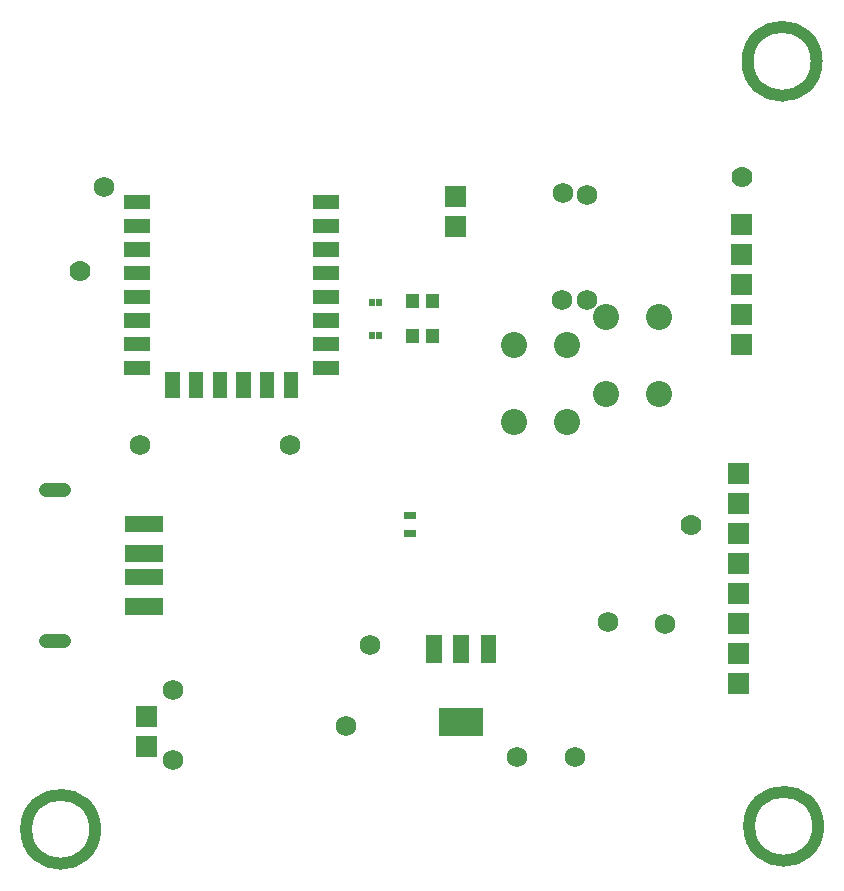
<source format=gts>
G04 Layer: TopSolderMaskLayer*
G04 EasyEDA v6.3.43, 2020-06-06T13:29:47+03:00*
G04 6caa89d52f454e228c8c87a2f34c76c4,a7937f01353d4e2e93d7d76370f53aae,10*
G04 Gerber Generator version 0.2*
G04 Scale: 100 percent, Rotated: No, Reflected: No *
G04 Dimensions in inches *
G04 leading zeros omitted , absolute positions ,2 integer and 4 decimal *
%FSLAX24Y24*%
%MOIN*%
G90*
G70D02*

%ADD11C,0.040000*%
%ADD32C,0.047370*%
%ADD33C,0.068000*%
%ADD34C,0.070000*%
%ADD38C,0.086740*%

%LPD*%
G54D32*
G01X1661Y12819D02*
G01X1070Y12819D01*
G01X1661Y7780D02*
G01X1070Y7780D01*
G54D33*
G01X11852Y7650D03*
G01X18702Y3900D03*
G01X16752Y3900D03*
G01X19100Y19150D03*
G01X18250Y19150D03*
G01X18300Y22700D03*
G01X19100Y22650D03*
G01X21702Y8350D03*
G01X19802Y8400D03*
G01X9200Y14300D03*
G01X4200Y14300D03*
G01X11050Y4950D03*
G01X5300Y6150D03*
G01X5300Y3800D03*
G54D34*
G01X2200Y20100D03*
G01X22550Y11650D03*
G54D33*
G01X3000Y22900D03*
G54D34*
G01X24250Y23250D03*
G36*
G01X23900Y21300D02*
G01X23900Y22000D01*
G01X24600Y22000D01*
G01X24600Y21300D01*
G01X23900Y21300D01*
G37*
G36*
G01X3704Y8646D02*
G01X3704Y9198D01*
G01X4965Y9198D01*
G01X4965Y8646D01*
G01X3704Y8646D01*
G37*
G36*
G01X3704Y9630D02*
G01X3704Y10182D01*
G01X4965Y10182D01*
G01X4965Y9630D01*
G01X3704Y9630D01*
G37*
G36*
G01X3704Y10417D02*
G01X3704Y10969D01*
G01X4965Y10969D01*
G01X4965Y10417D01*
G01X3704Y10417D01*
G37*
G36*
G01X3704Y11401D02*
G01X3704Y11953D01*
G01X4965Y11953D01*
G01X4965Y11401D01*
G01X3704Y11401D01*
G37*
G36*
G01X13718Y18863D02*
G01X13718Y19336D01*
G01X14152Y19336D01*
G01X14152Y18863D01*
G01X13718Y18863D01*
G37*
G36*
G01X13048Y18863D02*
G01X13048Y19336D01*
G01X13483Y19336D01*
G01X13483Y18863D01*
G01X13048Y18863D01*
G37*
G36*
G01X13718Y17713D02*
G01X13718Y18186D01*
G01X14152Y18186D01*
G01X14152Y17713D01*
G01X13718Y17713D01*
G37*
G36*
G01X13048Y17713D02*
G01X13048Y18186D01*
G01X13483Y18186D01*
G01X13483Y17713D01*
G01X13048Y17713D01*
G37*
G54D38*
G01X19716Y18579D03*
G01X19716Y16020D03*
G01X21487Y16020D03*
G01X21487Y18579D03*
G01X16666Y17629D03*
G01X16666Y15070D03*
G01X18437Y15070D03*
G01X18437Y17629D03*
G36*
G01X15550Y7055D02*
G01X15550Y7984D01*
G01X16060Y7984D01*
G01X16060Y7055D01*
G01X15550Y7055D01*
G37*
G36*
G01X14640Y7055D02*
G01X14640Y7984D01*
G01X15150Y7984D01*
G01X15150Y7055D01*
G01X14640Y7055D01*
G37*
G36*
G01X13740Y7055D02*
G01X13740Y7984D01*
G01X14250Y7984D01*
G01X14250Y7055D01*
G01X13740Y7055D01*
G37*
G36*
G01X14165Y4615D02*
G01X14165Y5544D01*
G01X15625Y5544D01*
G01X15625Y4615D01*
G01X14165Y4615D01*
G37*
G36*
G01X11843Y18930D02*
G01X11843Y19169D01*
G01X12041Y19169D01*
G01X12041Y18930D01*
G01X11843Y18930D01*
G37*
G36*
G01X12060Y18930D02*
G01X12060Y19169D01*
G01X12258Y19169D01*
G01X12258Y18930D01*
G01X12060Y18930D01*
G37*
G36*
G01X11843Y17830D02*
G01X11843Y18069D01*
G01X12041Y18069D01*
G01X12041Y17830D01*
G01X11843Y17830D01*
G37*
G36*
G01X12060Y17830D02*
G01X12060Y18069D01*
G01X12258Y18069D01*
G01X12258Y17830D01*
G01X12060Y17830D01*
G37*
G36*
G01X12993Y11230D02*
G01X12993Y11469D01*
G01X13191Y11469D01*
G01X13191Y11230D01*
G01X12993Y11230D01*
G37*
G36*
G01X13210Y11230D02*
G01X13210Y11469D01*
G01X13408Y11469D01*
G01X13408Y11230D01*
G01X13210Y11230D01*
G37*
G36*
G01X12993Y11830D02*
G01X12993Y12069D01*
G01X13191Y12069D01*
G01X13191Y11830D01*
G01X12993Y11830D01*
G37*
G36*
G01X13210Y11830D02*
G01X13210Y12069D01*
G01X13408Y12069D01*
G01X13408Y11830D01*
G01X13210Y11830D01*
G37*
G36*
G01X3666Y22159D02*
G01X3666Y22634D01*
G01X4534Y22634D01*
G01X4534Y22159D01*
G01X3666Y22159D01*
G37*
G36*
G01X3666Y21373D02*
G01X3666Y21846D01*
G01X4534Y21846D01*
G01X4534Y21373D01*
G01X3666Y21373D01*
G37*
G36*
G01X3666Y20586D02*
G01X3666Y21059D01*
G01X4534Y21059D01*
G01X4534Y20586D01*
G01X3666Y20586D01*
G37*
G36*
G01X3666Y19798D02*
G01X3666Y20271D01*
G01X4534Y20271D01*
G01X4534Y19798D01*
G01X3666Y19798D01*
G37*
G36*
G01X3666Y19011D02*
G01X3666Y19484D01*
G01X4534Y19484D01*
G01X4534Y19011D01*
G01X3666Y19011D01*
G37*
G36*
G01X3666Y18223D02*
G01X3666Y18696D01*
G01X4534Y18696D01*
G01X4534Y18223D01*
G01X3666Y18223D01*
G37*
G36*
G01X3666Y17436D02*
G01X3666Y17909D01*
G01X4534Y17909D01*
G01X4534Y17436D01*
G01X3666Y17436D01*
G37*
G36*
G01X3667Y16648D02*
G01X3667Y17121D01*
G01X4534Y17121D01*
G01X4534Y16648D01*
G01X3667Y16648D01*
G37*
G36*
G01X5044Y15869D02*
G01X5044Y16736D01*
G01X5518Y16736D01*
G01X5518Y15869D01*
G01X5044Y15869D01*
G37*
G36*
G01X5832Y15869D02*
G01X5832Y16736D01*
G01X6306Y16736D01*
G01X6306Y15869D01*
G01X5832Y15869D01*
G37*
G36*
G01X6619Y15869D02*
G01X6619Y16736D01*
G01X7093Y16736D01*
G01X7093Y15869D01*
G01X6619Y15869D01*
G37*
G36*
G01X7407Y15869D02*
G01X7407Y16736D01*
G01X7880Y16736D01*
G01X7880Y15869D01*
G01X7407Y15869D01*
G37*
G36*
G01X8194Y15869D02*
G01X8194Y16736D01*
G01X8668Y16736D01*
G01X8668Y15869D01*
G01X8194Y15869D01*
G37*
G36*
G01X8981Y15869D02*
G01X8981Y16736D01*
G01X9455Y16736D01*
G01X9455Y15869D01*
G01X8981Y15869D01*
G37*
G36*
G01X9966Y16648D02*
G01X9966Y17121D01*
G01X10833Y17121D01*
G01X10833Y16648D01*
G01X9966Y16648D01*
G37*
G36*
G01X9966Y17436D02*
G01X9966Y17909D01*
G01X10834Y17909D01*
G01X10834Y17436D01*
G01X9966Y17436D01*
G37*
G36*
G01X9967Y18223D02*
G01X9967Y18696D01*
G01X10834Y18696D01*
G01X10834Y18223D01*
G01X9967Y18223D01*
G37*
G36*
G01X9967Y19011D02*
G01X9967Y19484D01*
G01X10834Y19484D01*
G01X10834Y19011D01*
G01X9967Y19011D01*
G37*
G36*
G01X9966Y19798D02*
G01X9966Y20271D01*
G01X10834Y20271D01*
G01X10834Y19798D01*
G01X9966Y19798D01*
G37*
G36*
G01X9966Y20586D02*
G01X9966Y21059D01*
G01X10834Y21059D01*
G01X10834Y20586D01*
G01X9966Y20586D01*
G37*
G36*
G01X9966Y21373D02*
G01X9966Y21846D01*
G01X10834Y21846D01*
G01X10834Y21373D01*
G01X9966Y21373D01*
G37*
G36*
G01X9967Y22159D02*
G01X9967Y22634D01*
G01X10834Y22634D01*
G01X10834Y22159D01*
G01X9967Y22159D01*
G37*
G36*
G01X23900Y17300D02*
G01X23900Y18000D01*
G01X24600Y18000D01*
G01X24600Y17300D01*
G01X23900Y17300D01*
G37*
G36*
G01X23900Y19300D02*
G01X23900Y20000D01*
G01X24600Y20000D01*
G01X24600Y19300D01*
G01X23900Y19300D01*
G37*
G36*
G01X23900Y20300D02*
G01X23900Y21000D01*
G01X24600Y21000D01*
G01X24600Y20300D01*
G01X23900Y20300D01*
G37*
G36*
G01X14350Y21250D02*
G01X14350Y21950D01*
G01X15050Y21950D01*
G01X15050Y21250D01*
G01X14350Y21250D01*
G37*
G36*
G01X14350Y22250D02*
G01X14350Y22950D01*
G01X15050Y22950D01*
G01X15050Y22250D01*
G01X14350Y22250D01*
G37*
G36*
G01X23900Y18300D02*
G01X23900Y19000D01*
G01X24600Y19000D01*
G01X24600Y18300D01*
G01X23900Y18300D01*
G37*
G36*
G01X23802Y11000D02*
G01X23802Y11700D01*
G01X24502Y11700D01*
G01X24502Y11000D01*
G01X23802Y11000D01*
G37*
G36*
G01X23802Y9000D02*
G01X23802Y9700D01*
G01X24502Y9700D01*
G01X24502Y9000D01*
G01X23802Y9000D01*
G37*
G36*
G01X23800Y12000D02*
G01X23800Y12700D01*
G01X24500Y12700D01*
G01X24500Y12000D01*
G01X23800Y12000D01*
G37*
G36*
G01X23800Y7000D02*
G01X23800Y7700D01*
G01X24500Y7700D01*
G01X24500Y7000D01*
G01X23800Y7000D01*
G37*
G36*
G01X23800Y6000D02*
G01X23800Y6700D01*
G01X24500Y6700D01*
G01X24500Y6000D01*
G01X23800Y6000D01*
G37*
G36*
G01X23800Y13000D02*
G01X23800Y13700D01*
G01X24500Y13700D01*
G01X24500Y13000D01*
G01X23800Y13000D01*
G37*
G36*
G01X23802Y10000D02*
G01X23802Y10700D01*
G01X24502Y10700D01*
G01X24502Y10000D01*
G01X23802Y10000D01*
G37*
G36*
G01X23802Y8000D02*
G01X23802Y8700D01*
G01X24502Y8700D01*
G01X24502Y8000D01*
G01X23802Y8000D01*
G37*
G36*
G01X4050Y3900D02*
G01X4050Y4600D01*
G01X4750Y4600D01*
G01X4750Y3900D01*
G01X4050Y3900D01*
G37*
G36*
G01X4050Y4900D02*
G01X4050Y5600D01*
G01X4750Y5600D01*
G01X4750Y4900D01*
G01X4050Y4900D01*
G37*
G54D11*
G75*
G01X2700Y1500D02*
G03X2700Y1500I-1150J0D01*
G01*
G75*
G01X26750Y27100D02*
G03X26750Y27100I-1150J0D01*
G01*
G75*
G01X26800Y1600D02*
G03X26800Y1600I-1150J0D01*
G01*
M00*
M02*

</source>
